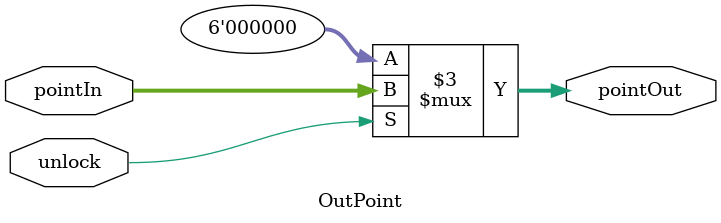
<source format=v>
module OutPoint(unlock,pointIn,pointOut);
input unlock;
input [0:5] pointIn;

output reg [0:5] pointOut;
always@(*) begin
	if(unlock)
		pointOut <= pointIn;
	else
		pointOut <= 0;

end


endmodule
</source>
